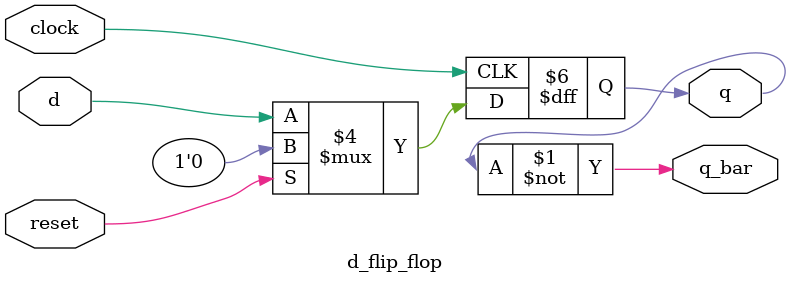
<source format=v>
module d_flip_flop (input d, clock, reset, output reg q, output q_bar);
  assign q_bar = ~q;
  always @(posedge clock)
  begin
    if (reset)
      begin q<=1'b0; end
    else
      begin q<=d; end
  end
endmodule
</source>
